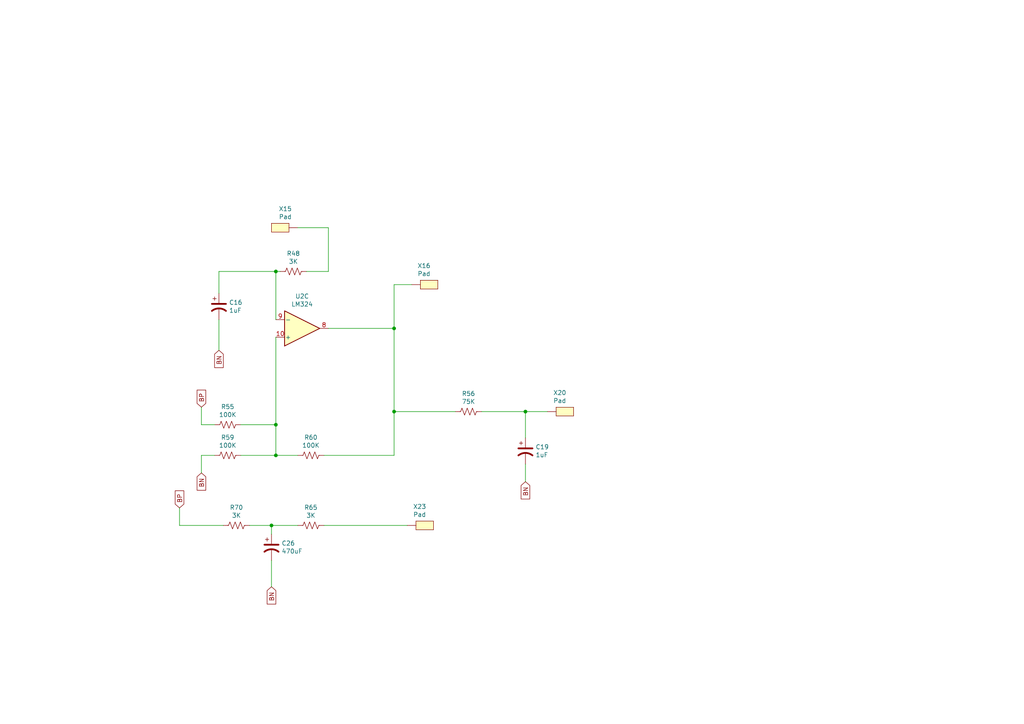
<source format=kicad_sch>
(kicad_sch (version 20230121) (generator eeschema)
  (paper "A4")
  (title_block (title "MFOS NOISE TOASTER Noise Box") (date "2020-10-07") (rev "1"))
  (lib_symbols
    (symbol "mfos_noise_toaster-rescue:CP1-Device" (pin_numbers hide) (pin_names (offset 0.254) hide)
      (property "Reference" "C" (at 0.635 2.54 0))
      (property "Value" "Device_CP1" (at 0.635 -2.54 0))
      (symbol "CP1-Device_0_1"
        (polyline (pts (xy -2.032 0.762) (xy 2.032 0.762)) (stroke (width 0.508)))
        (polyline (pts (xy -1.778 2.286) (xy -0.762 2.286)))
        (polyline (pts (xy -1.27 1.778) (xy -1.27 2.794)))
        (arc (start 2.032 -1.27) (mid 0 -0.5572) (end -2.032 -1.27) (stroke (width 0.508)))
      )
      (symbol "CP1-Device_1_1"
        (pin passive line (at 0 3.81 270) (length 2.794) (name "~") (number "1"))
        (pin passive line (at 0 -3.81 90) (length 3.302) (name "~") (number "2"))
      )
    )
    (symbol "mfos_noise_toaster-rescue:LM324-Amplifier_Operational" (pin_names (offset 0.127))
      (property "Reference" "U" (at 0 5.08 0))
      (property "Value" "LM324-Amplifier_Operational" (at 0 -5.08 0))
      (symbol "LM324-Amplifier_Operational_1_1"
        (polyline (pts (xy -5.08 5.08) (xy 5.08 0) (xy -5.08 -5.08) (xy -5.08 5.08)) (stroke (width 0.254)) (fill (type background)))
        (pin output line (at 7.62 0 180) (length 2.54) (name "~") (number "1"))
        (pin input line (at -7.62 -2.54 0) (length 2.54) (name "-") (number "2"))
        (pin input line (at -7.62 2.54 0) (length 2.54) (name "+") (number "3"))
      )
      (symbol "LM324-Amplifier_Operational_2_1"
        (polyline (pts (xy -5.08 5.08) (xy 5.08 0) (xy -5.08 -5.08) (xy -5.08 5.08)) (stroke (width 0.254)) (fill (type background)))
        (pin input line (at -7.62 2.54 0) (length 2.54) (name "+") (number "5"))
        (pin input line (at -7.62 -2.54 0) (length 2.54) (name "-") (number "6"))
        (pin output line (at 7.62 0 180) (length 2.54) (name "~") (number "7"))
      )
      (symbol "LM324-Amplifier_Operational_3_1"
        (polyline (pts (xy -5.08 5.08) (xy 5.08 0) (xy -5.08 -5.08) (xy -5.08 5.08)) (stroke (width 0.254)) (fill (type background)))
        (pin input line (at -7.62 2.54 0) (length 2.54) (name "+") (number "10"))
        (pin output line (at 7.62 0 180) (length 2.54) (name "~") (number "8"))
        (pin input line (at -7.62 -2.54 0) (length 2.54) (name "-") (number "9"))
      )
      (symbol "LM324-Amplifier_Operational_4_1"
        (polyline (pts (xy -5.08 5.08) (xy 5.08 0) (xy -5.08 -5.08) (xy -5.08 5.08)) (stroke (width 0.254)) (fill (type background)))
        (pin input line (at -7.62 2.54 0) (length 2.54) (name "+") (number "12"))
        (pin input line (at -7.62 -2.54 0) (length 2.54) (name "-") (number "13"))
        (pin output line (at 7.62 0 180) (length 2.54) (name "~") (number "14"))
      )
      (symbol "LM324-Amplifier_Operational_5_1"
        (pin power_in line (at -2.54 -7.62 90) (length 3.81) (name "V-") (number "11"))
        (pin power_in line (at -2.54 7.62 270) (length 3.81) (name "V+") (number "4"))
      )
    )
    (symbol "mfos_noise_toaster-rescue:Pad-samz-symbol" (pin_numbers hide) (pin_names (offset 1.016))
      (property "Reference" "X" (at 1.27 0 0))
      (property "Value" "Pad-samz-symbol" (at -1.27 2.54 0))
      (symbol "Pad-samz-symbol_0_1"
        (rectangle (start 0 1.27) (end 5.08 -1.27) (fill (type background)))
      )
      (symbol "Pad-samz-symbol_1_1"
        (pin passive line (at -2.54 0 0) (length 2.54) (name "~") (number "1"))
      )
    )
    (symbol "mfos_noise_toaster-rescue:R_US-Device" (pin_numbers hide) (pin_names (offset 0))
      (property "Reference" "R" (at 2.54 0 90))
      (property "Value" "R_US-Device" (at -2.54 0 90))
      (symbol "R_US-Device_0_1"
        (polyline (pts (xy 0 -2.286) (xy 0 -2.54)))
        (polyline (pts (xy 0 2.286) (xy 0 2.54)))
        (polyline (pts (xy 0 -0.762) (xy 1.016 -1.143) (xy 0 -1.524) (xy -1.016 -1.905) (xy 0 -2.286)))
        (polyline (pts (xy 0 0.762) (xy 1.016 0.381) (xy 0 0) (xy -1.016 -0.381) (xy 0 -0.762)))
        (polyline (pts (xy 0 2.286) (xy 1.016 1.905) (xy 0 1.524) (xy -1.016 1.143) (xy 0 0.762)))
      )
      (symbol "R_US-Device_1_1"
        (pin passive line (at 0 3.81 270) (length 1.27) (name "~") (number "1"))
        (pin passive line (at 0 -3.81 90) (length 1.27) (name "~") (number "2"))
      )
    )
  )
  (junction (at 80.01 123.19))
  (junction (at 78.74 152.4))
  (junction (at 152.4 119.38))
  (junction (at 80.01 132.08))
  (junction (at 114.3 95.25))
  (junction (at 80.01 78.74))
  (junction (at 114.3 119.38))
  (wire (pts (xy 78.74 152.4) (xy 86.36 152.4)))
  (wire (pts (xy 62.23 132.08) (xy 58.42 132.08)))
  (wire (pts (xy 86.36 132.08) (xy 80.01 132.08)))
  (wire (pts (xy 93.98 132.08) (xy 114.3 132.08)))
  (wire (pts (xy 93.98 152.4) (xy 118.11 152.4)))
  (wire (pts (xy 63.5 85.09) (xy 63.5 78.74)))
  (wire (pts (xy 114.3 119.38) (xy 114.3 132.08)))
  (wire (pts (xy 63.5 78.74) (xy 80.01 78.74)))
  (wire (pts (xy 88.9 78.74) (xy 95.25 78.74)))
  (wire (pts (xy 63.5 101.6) (xy 63.5 92.71)))
  (wire (pts (xy 64.77 152.4) (xy 52.07 152.4)))
  (wire (pts (xy 152.4 119.38) (xy 139.7 119.38)))
  (wire (pts (xy 114.3 95.25) (xy 114.3 119.38)))
  (wire (pts (xy 80.01 78.74) (xy 80.01 92.71)))
  (wire (pts (xy 152.4 119.38) (xy 152.4 127)))
  (wire (pts (xy 78.74 154.94) (xy 78.74 152.4)))
  (wire (pts (xy 119.38 82.55) (xy 114.3 82.55)))
  (wire (pts (xy 80.01 78.74) (xy 81.28 78.74)))
  (wire (pts (xy 114.3 82.55) (xy 114.3 95.25)))
  (wire (pts (xy 78.74 170.18) (xy 78.74 162.56)))
  (wire (pts (xy 62.23 123.19) (xy 58.42 123.19)))
  (wire (pts (xy 132.08 119.38) (xy 114.3 119.38)))
  (wire (pts (xy 95.25 95.25) (xy 114.3 95.25)))
  (wire (pts (xy 78.74 152.4) (xy 72.39 152.4)))
  (wire (pts (xy 95.25 78.74) (xy 95.25 66.04)))
  (wire (pts (xy 86.36 66.04) (xy 95.25 66.04)))
  (wire (pts (xy 69.85 132.08) (xy 80.01 132.08)))
  (wire (pts (xy 80.01 123.19) (xy 80.01 132.08)))
  (wire (pts (xy 69.85 123.19) (xy 80.01 123.19)))
  (wire (pts (xy 152.4 119.38) (xy 158.75 119.38)))
  (wire (pts (xy 52.07 152.4) (xy 52.07 147.32)))
  (wire (pts (xy 152.4 134.62) (xy 152.4 139.7)))
  (wire (pts (xy 80.01 97.79) (xy 80.01 123.19)))
  (wire (pts (xy 58.42 132.08) (xy 58.42 137.16)))
  (wire (pts (xy 58.42 123.19) (xy 58.42 118.11)))
  (global_label "BN" (shape input) (at 78.74 170.18 270) (property "Intersheetrefs" "${INTERSHEET_REFS}" (effects hide)))
  (global_label "BN" (shape input) (at 58.42 137.16 270) (property "Intersheetrefs" "${INTERSHEET_REFS}" (effects hide)))
  (global_label "BN" (shape input) (at 63.5 101.6 270) (property "Intersheetrefs" "${INTERSHEET_REFS}" (effects hide)))
  (global_label "BN" (shape input) (at 152.4 139.7 270) (property "Intersheetrefs" "${INTERSHEET_REFS}" (effects hide)))
  (global_label "BP" (shape input) (at 58.42 118.11 90) (property "Intersheetrefs" "${INTERSHEET_REFS}" (effects hide)))
  (global_label "BP" (shape input) (at 52.07 147.32 90) (property "Intersheetrefs" "${INTERSHEET_REFS}" (effects hide)))
  (symbol (lib_id "mfos_noise_toaster-rescue:CP1-Device") (at 63.5 88.9 0) (unit 1)
    (property "Reference" "C16" (at 66.421 87.7316 0) (effects (justify left)))
    (property "Value" "1uF" (at 66.421 90.043 0) (effects (justify left)))
    (property "Footprint" "Capacitor_THT:CP_Radial_D5.0mm_P2.50mm" (effects hide))
  )
  (symbol (lib_id "mfos_noise_toaster-rescue:R_US-Device") (at 85.09 78.74 270) (unit 1)
    (property "Reference" "R48" (at 85.09 73.533 90))
    (property "Value" "3K" (at 85.09 75.8444 90))
    (property "Footprint" "Resistor_THT:R_Axial_DIN0207_L6.3mm_D2.5mm_P10.16mm_Horizontal" (effects hide))
  )
  (symbol (lib_id "mfos_noise_toaster-rescue:LM324-Amplifier_Operational") (at 87.63 95.25 0) (mirror x) (unit 3)
    (property "Reference" "U2" (at 87.63 85.9282 0))
    (property "Value" "LM324" (at 87.63 88.2396 0))
    (property "Footprint" "Package_DIP:DIP-14_W7.62mm_LongPads" (effects hide))
    (property "Datasheet" "http://www.ti.com/lit/ds/symlink/lm2902-n.pdf" (effects hide))
  )
  (symbol (lib_id "mfos_noise_toaster-rescue:Pad-samz-symbol") (at 121.92 82.55 0) (unit 1)
    (property "Reference" "X16" (at 122.9868 77.089 0))
    (property "Value" "Pad" (at 122.9868 79.4004 0))
    (property "Footprint" "samz-kicad-library:pad" (effects hide))
  )
  (symbol (lib_id "mfos_noise_toaster-rescue:Pad-samz-symbol") (at 161.29 119.38 0) (unit 1)
    (property "Reference" "X20" (at 162.3568 113.919 0))
    (property "Value" "Pad" (at 162.3568 116.2304 0))
    (property "Footprint" "samz-kicad-library:pad" (effects hide))
  )
  (symbol (lib_id "mfos_noise_toaster-rescue:CP1-Device") (at 152.4 130.81 0) (unit 1)
    (property "Reference" "C19" (at 155.321 129.6416 0) (effects (justify left)))
    (property "Value" "1uF" (at 155.321 131.953 0) (effects (justify left)))
    (property "Footprint" "Capacitor_THT:CP_Radial_D5.0mm_P2.50mm" (effects hide))
    (property "tayda" "A-957" (effects hide))
  )
  (symbol (lib_id "mfos_noise_toaster-rescue:R_US-Device") (at 90.17 132.08 270) (unit 1)
    (property "Reference" "R60" (at 90.17 126.873 90))
    (property "Value" "100K" (at 90.17 129.1844 90))
    (property "Footprint" "Resistor_THT:R_Axial_DIN0207_L6.3mm_D2.5mm_P10.16mm_Horizontal" (effects hide))
  )
  (symbol (lib_id "mfos_noise_toaster-rescue:R_US-Device") (at 135.89 119.38 270) (unit 1)
    (property "Reference" "R56" (at 135.89 114.173 90))
    (property "Value" "75K" (at 135.89 116.4844 90))
    (property "Footprint" "Resistor_THT:R_Axial_DIN0207_L6.3mm_D2.5mm_P10.16mm_Horizontal" (effects hide))
  )
  (symbol (lib_id "mfos_noise_toaster-rescue:R_US-Device") (at 66.04 132.08 270) (unit 1)
    (property "Reference" "R59" (at 66.04 126.873 90))
    (property "Value" "100K" (at 66.04 129.1844 90))
    (property "Footprint" "Resistor_THT:R_Axial_DIN0207_L6.3mm_D2.5mm_P10.16mm_Horizontal" (effects hide))
  )
  (symbol (lib_id "mfos_noise_toaster-rescue:R_US-Device") (at 66.04 123.19 270) (unit 1)
    (property "Reference" "R55" (at 66.04 117.983 90))
    (property "Value" "100K" (at 66.04 120.2944 90))
    (property "Footprint" "Resistor_THT:R_Axial_DIN0207_L6.3mm_D2.5mm_P10.16mm_Horizontal" (effects hide))
  )
  (symbol (lib_id "mfos_noise_toaster-rescue:R_US-Device") (at 90.17 152.4 270) (unit 1)
    (property "Reference" "R65" (at 90.17 147.193 90))
    (property "Value" "3K" (at 90.17 149.5044 90))
    (property "Footprint" "Resistor_THT:R_Axial_DIN0207_L6.3mm_D2.5mm_P10.16mm_Horizontal" (effects hide))
  )
  (symbol (lib_id "mfos_noise_toaster-rescue:R_US-Device") (at 68.58 152.4 270) (unit 1)
    (property "Reference" "R70" (at 68.58 147.193 90))
    (property "Value" "3K" (at 68.58 149.5044 90))
    (property "Footprint" "Resistor_THT:R_Axial_DIN0207_L6.3mm_D2.5mm_P10.16mm_Horizontal" (effects hide))
  )
  (symbol (lib_id "mfos_noise_toaster-rescue:CP1-Device") (at 78.74 158.75 0) (unit 1)
    (property "Reference" "C26" (at 81.661 157.5816 0) (effects (justify left)))
    (property "Value" "470uF" (at 81.661 159.893 0) (effects (justify left)))
    (property "Footprint" "Capacitor_THT:CP_Radial_D10.0mm_P5.00mm" (effects hide))
  )
  (symbol (lib_id "mfos_noise_toaster-rescue:Pad-samz-symbol") (at 120.65 152.4 0) (unit 1)
    (property "Reference" "X23" (at 121.7168 146.939 0))
    (property "Value" "Pad" (at 121.7168 149.2504 0))
    (property "Footprint" "samz-kicad-library:pad" (effects hide))
  )
  (symbol (lib_id "mfos_noise_toaster-rescue:Pad-samz-symbol") (at 83.82 66.04 180) (unit 1)
    (property "Reference" "X15" (at 82.7532 60.579 0))
    (property "Value" "Pad" (at 82.7532 62.8904 0))
    (property "Footprint" "samz-kicad-library:pad" (effects hide))
  )
)
</source>
